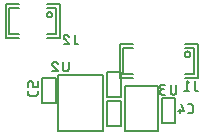
<source format=gbo>
G75*
%MOIN*%
%OFA0B0*%
%FSLAX25Y25*%
%IPPOS*%
%LPD*%
%AMOC8*
5,1,8,0,0,1.08239X$1,22.5*
%
%ADD10C,0.00500*%
%ADD11C,0.00700*%
D10*
X0078165Y0096079D02*
X0093126Y0096079D01*
X0093126Y0114780D01*
X0078165Y0114780D01*
X0078165Y0096079D01*
X0077216Y0105461D02*
X0072816Y0105461D01*
X0072816Y0113861D01*
X0077216Y0113861D01*
X0077216Y0105461D01*
X0094469Y0105987D02*
X0094469Y0097587D01*
X0098869Y0097587D01*
X0098869Y0105987D01*
X0094469Y0105987D01*
X0094469Y0107430D02*
X0098869Y0107430D01*
X0098869Y0115830D01*
X0094469Y0115830D01*
X0094469Y0107430D01*
X0100370Y0111000D02*
X0111394Y0111000D01*
X0111394Y0096039D01*
X0100370Y0096039D01*
X0100370Y0111000D01*
X0098638Y0113835D02*
X0102969Y0113835D01*
X0102969Y0115173D02*
X0099819Y0115173D01*
X0099819Y0123835D01*
X0102969Y0123835D01*
X0102969Y0125173D02*
X0098638Y0125173D01*
X0098638Y0113835D01*
X0112580Y0107169D02*
X0116980Y0107169D01*
X0116980Y0098769D01*
X0112580Y0098769D01*
X0112580Y0107169D01*
X0120291Y0113835D02*
X0124622Y0113835D01*
X0124622Y0125173D01*
X0120291Y0125173D01*
X0120291Y0123835D02*
X0123441Y0123835D01*
X0123441Y0115173D01*
X0120291Y0115173D01*
X0120277Y0121686D02*
X0120279Y0121746D01*
X0120285Y0121805D01*
X0120295Y0121864D01*
X0120309Y0121922D01*
X0120326Y0121979D01*
X0120348Y0122035D01*
X0120373Y0122089D01*
X0120402Y0122142D01*
X0120434Y0122192D01*
X0120469Y0122240D01*
X0120508Y0122286D01*
X0120549Y0122329D01*
X0120594Y0122369D01*
X0120641Y0122406D01*
X0120690Y0122440D01*
X0120741Y0122470D01*
X0120795Y0122497D01*
X0120850Y0122520D01*
X0120906Y0122540D01*
X0120964Y0122556D01*
X0121022Y0122568D01*
X0121082Y0122576D01*
X0121141Y0122580D01*
X0121201Y0122580D01*
X0121260Y0122576D01*
X0121320Y0122568D01*
X0121378Y0122556D01*
X0121436Y0122540D01*
X0121492Y0122520D01*
X0121547Y0122497D01*
X0121601Y0122470D01*
X0121652Y0122440D01*
X0121701Y0122406D01*
X0121748Y0122369D01*
X0121793Y0122329D01*
X0121834Y0122286D01*
X0121873Y0122240D01*
X0121908Y0122192D01*
X0121940Y0122142D01*
X0121969Y0122089D01*
X0121994Y0122035D01*
X0122016Y0121979D01*
X0122033Y0121922D01*
X0122047Y0121864D01*
X0122057Y0121805D01*
X0122063Y0121746D01*
X0122065Y0121686D01*
X0122063Y0121626D01*
X0122057Y0121567D01*
X0122047Y0121508D01*
X0122033Y0121450D01*
X0122016Y0121393D01*
X0121994Y0121337D01*
X0121969Y0121283D01*
X0121940Y0121230D01*
X0121908Y0121180D01*
X0121873Y0121132D01*
X0121834Y0121086D01*
X0121793Y0121043D01*
X0121748Y0121003D01*
X0121701Y0120966D01*
X0121652Y0120932D01*
X0121601Y0120902D01*
X0121547Y0120875D01*
X0121492Y0120852D01*
X0121436Y0120832D01*
X0121378Y0120816D01*
X0121320Y0120804D01*
X0121260Y0120796D01*
X0121201Y0120792D01*
X0121141Y0120792D01*
X0121082Y0120796D01*
X0121022Y0120804D01*
X0120964Y0120816D01*
X0120906Y0120832D01*
X0120850Y0120852D01*
X0120795Y0120875D01*
X0120741Y0120902D01*
X0120690Y0120932D01*
X0120641Y0120966D01*
X0120594Y0121003D01*
X0120549Y0121043D01*
X0120508Y0121086D01*
X0120469Y0121132D01*
X0120434Y0121180D01*
X0120402Y0121230D01*
X0120373Y0121283D01*
X0120348Y0121337D01*
X0120326Y0121393D01*
X0120309Y0121450D01*
X0120295Y0121508D01*
X0120285Y0121567D01*
X0120279Y0121626D01*
X0120277Y0121686D01*
X0078677Y0127024D02*
X0074346Y0127024D01*
X0074346Y0128362D02*
X0077496Y0128362D01*
X0077496Y0137024D01*
X0074346Y0137024D01*
X0074346Y0138362D02*
X0078677Y0138362D01*
X0078677Y0127024D01*
X0074332Y0134875D02*
X0074334Y0134935D01*
X0074340Y0134994D01*
X0074350Y0135053D01*
X0074364Y0135111D01*
X0074381Y0135168D01*
X0074403Y0135224D01*
X0074428Y0135278D01*
X0074457Y0135331D01*
X0074489Y0135381D01*
X0074524Y0135429D01*
X0074563Y0135475D01*
X0074604Y0135518D01*
X0074649Y0135558D01*
X0074696Y0135595D01*
X0074745Y0135629D01*
X0074796Y0135659D01*
X0074850Y0135686D01*
X0074905Y0135709D01*
X0074961Y0135729D01*
X0075019Y0135745D01*
X0075077Y0135757D01*
X0075137Y0135765D01*
X0075196Y0135769D01*
X0075256Y0135769D01*
X0075315Y0135765D01*
X0075375Y0135757D01*
X0075433Y0135745D01*
X0075491Y0135729D01*
X0075547Y0135709D01*
X0075602Y0135686D01*
X0075656Y0135659D01*
X0075707Y0135629D01*
X0075756Y0135595D01*
X0075803Y0135558D01*
X0075848Y0135518D01*
X0075889Y0135475D01*
X0075928Y0135429D01*
X0075963Y0135381D01*
X0075995Y0135331D01*
X0076024Y0135278D01*
X0076049Y0135224D01*
X0076071Y0135168D01*
X0076088Y0135111D01*
X0076102Y0135053D01*
X0076112Y0134994D01*
X0076118Y0134935D01*
X0076120Y0134875D01*
X0076118Y0134815D01*
X0076112Y0134756D01*
X0076102Y0134697D01*
X0076088Y0134639D01*
X0076071Y0134582D01*
X0076049Y0134526D01*
X0076024Y0134472D01*
X0075995Y0134419D01*
X0075963Y0134369D01*
X0075928Y0134321D01*
X0075889Y0134275D01*
X0075848Y0134232D01*
X0075803Y0134192D01*
X0075756Y0134155D01*
X0075707Y0134121D01*
X0075656Y0134091D01*
X0075602Y0134064D01*
X0075547Y0134041D01*
X0075491Y0134021D01*
X0075433Y0134005D01*
X0075375Y0133993D01*
X0075315Y0133985D01*
X0075256Y0133981D01*
X0075196Y0133981D01*
X0075137Y0133985D01*
X0075077Y0133993D01*
X0075019Y0134005D01*
X0074961Y0134021D01*
X0074905Y0134041D01*
X0074850Y0134064D01*
X0074796Y0134091D01*
X0074745Y0134121D01*
X0074696Y0134155D01*
X0074649Y0134192D01*
X0074604Y0134232D01*
X0074563Y0134275D01*
X0074524Y0134321D01*
X0074489Y0134369D01*
X0074457Y0134419D01*
X0074428Y0134472D01*
X0074403Y0134526D01*
X0074381Y0134582D01*
X0074364Y0134639D01*
X0074350Y0134697D01*
X0074340Y0134756D01*
X0074334Y0134815D01*
X0074332Y0134875D01*
X0064898Y0137024D02*
X0061748Y0137024D01*
X0061748Y0128362D01*
X0064898Y0128362D01*
X0064898Y0127024D02*
X0060567Y0127024D01*
X0060567Y0138362D01*
X0064898Y0138362D01*
D11*
X0080218Y0126731D02*
X0081747Y0124933D01*
X0079949Y0124933D01*
X0081747Y0127450D02*
X0081726Y0127509D01*
X0081702Y0127566D01*
X0081674Y0127622D01*
X0081643Y0127676D01*
X0081609Y0127728D01*
X0081572Y0127778D01*
X0081531Y0127825D01*
X0081488Y0127870D01*
X0081443Y0127913D01*
X0081395Y0127952D01*
X0081344Y0127989D01*
X0081292Y0128023D01*
X0081237Y0128053D01*
X0081181Y0128080D01*
X0081124Y0128104D01*
X0081065Y0128124D01*
X0081005Y0128140D01*
X0080944Y0128153D01*
X0080882Y0128163D01*
X0080820Y0128168D01*
X0080758Y0128170D01*
X0080758Y0128169D02*
X0080703Y0128167D01*
X0080648Y0128161D01*
X0080593Y0128152D01*
X0080540Y0128139D01*
X0080487Y0128122D01*
X0080436Y0128102D01*
X0080386Y0128078D01*
X0080338Y0128051D01*
X0080291Y0128021D01*
X0080247Y0127988D01*
X0080206Y0127951D01*
X0080167Y0127912D01*
X0080130Y0127871D01*
X0080097Y0127827D01*
X0080067Y0127780D01*
X0080040Y0127732D01*
X0080016Y0127682D01*
X0079996Y0127631D01*
X0079979Y0127578D01*
X0079966Y0127525D01*
X0079957Y0127470D01*
X0079951Y0127415D01*
X0079949Y0127360D01*
X0079951Y0127301D01*
X0079957Y0127243D01*
X0079967Y0127185D01*
X0079980Y0127128D01*
X0079998Y0127072D01*
X0080019Y0127018D01*
X0080044Y0126965D01*
X0080073Y0126913D01*
X0080104Y0126864D01*
X0080139Y0126817D01*
X0080178Y0126773D01*
X0080219Y0126731D01*
X0083587Y0125652D02*
X0083587Y0128170D01*
X0083587Y0125652D02*
X0083589Y0125601D01*
X0083594Y0125550D01*
X0083603Y0125499D01*
X0083616Y0125449D01*
X0083632Y0125401D01*
X0083652Y0125353D01*
X0083675Y0125307D01*
X0083701Y0125263D01*
X0083730Y0125221D01*
X0083763Y0125181D01*
X0083798Y0125144D01*
X0083835Y0125109D01*
X0083875Y0125076D01*
X0083917Y0125047D01*
X0083961Y0125021D01*
X0084007Y0124998D01*
X0084055Y0124978D01*
X0084103Y0124962D01*
X0084153Y0124949D01*
X0084204Y0124940D01*
X0084255Y0124935D01*
X0084306Y0124933D01*
X0084666Y0124933D01*
X0081556Y0119154D02*
X0081556Y0116816D01*
X0081555Y0116816D02*
X0081553Y0116757D01*
X0081547Y0116699D01*
X0081538Y0116641D01*
X0081524Y0116583D01*
X0081507Y0116527D01*
X0081487Y0116472D01*
X0081462Y0116418D01*
X0081435Y0116367D01*
X0081403Y0116317D01*
X0081369Y0116269D01*
X0081332Y0116223D01*
X0081292Y0116180D01*
X0081249Y0116140D01*
X0081203Y0116103D01*
X0081155Y0116069D01*
X0081106Y0116037D01*
X0081054Y0116010D01*
X0081000Y0115985D01*
X0080945Y0115965D01*
X0080889Y0115948D01*
X0080831Y0115934D01*
X0080773Y0115925D01*
X0080715Y0115919D01*
X0080656Y0115917D01*
X0080597Y0115919D01*
X0080539Y0115925D01*
X0080481Y0115934D01*
X0080423Y0115948D01*
X0080367Y0115965D01*
X0080312Y0115985D01*
X0080258Y0116010D01*
X0080207Y0116037D01*
X0080157Y0116069D01*
X0080109Y0116103D01*
X0080063Y0116140D01*
X0080020Y0116180D01*
X0079980Y0116223D01*
X0079943Y0116269D01*
X0079909Y0116317D01*
X0079877Y0116367D01*
X0079850Y0116418D01*
X0079825Y0116472D01*
X0079805Y0116527D01*
X0079788Y0116583D01*
X0079774Y0116641D01*
X0079765Y0116699D01*
X0079759Y0116757D01*
X0079757Y0116816D01*
X0079757Y0119154D01*
X0076366Y0117716D02*
X0076325Y0117758D01*
X0076286Y0117802D01*
X0076251Y0117849D01*
X0076220Y0117898D01*
X0076191Y0117950D01*
X0076166Y0118003D01*
X0076145Y0118057D01*
X0076127Y0118113D01*
X0076114Y0118170D01*
X0076104Y0118228D01*
X0076098Y0118286D01*
X0076096Y0118345D01*
X0076366Y0117715D02*
X0077894Y0115917D01*
X0076096Y0115917D01*
X0077894Y0118434D02*
X0077873Y0118493D01*
X0077849Y0118550D01*
X0077821Y0118606D01*
X0077790Y0118660D01*
X0077756Y0118712D01*
X0077719Y0118762D01*
X0077678Y0118809D01*
X0077635Y0118854D01*
X0077590Y0118897D01*
X0077542Y0118936D01*
X0077491Y0118973D01*
X0077439Y0119007D01*
X0077384Y0119037D01*
X0077328Y0119064D01*
X0077271Y0119088D01*
X0077212Y0119108D01*
X0077152Y0119124D01*
X0077091Y0119137D01*
X0077029Y0119147D01*
X0076967Y0119152D01*
X0076905Y0119154D01*
X0076850Y0119152D01*
X0076795Y0119146D01*
X0076740Y0119137D01*
X0076687Y0119124D01*
X0076634Y0119107D01*
X0076583Y0119087D01*
X0076533Y0119063D01*
X0076485Y0119036D01*
X0076438Y0119006D01*
X0076394Y0118973D01*
X0076353Y0118936D01*
X0076314Y0118897D01*
X0076277Y0118856D01*
X0076244Y0118812D01*
X0076214Y0118765D01*
X0076187Y0118717D01*
X0076163Y0118667D01*
X0076143Y0118616D01*
X0076126Y0118563D01*
X0076113Y0118510D01*
X0076104Y0118455D01*
X0076098Y0118400D01*
X0076096Y0118345D01*
X0071272Y0112630D02*
X0071272Y0110832D01*
X0069833Y0110832D01*
X0069833Y0111911D01*
X0069831Y0111962D01*
X0069826Y0112013D01*
X0069817Y0112064D01*
X0069804Y0112114D01*
X0069788Y0112162D01*
X0069768Y0112210D01*
X0069745Y0112256D01*
X0069719Y0112300D01*
X0069690Y0112342D01*
X0069657Y0112382D01*
X0069622Y0112419D01*
X0069585Y0112454D01*
X0069545Y0112487D01*
X0069503Y0112516D01*
X0069459Y0112542D01*
X0069413Y0112565D01*
X0069365Y0112585D01*
X0069317Y0112601D01*
X0069267Y0112614D01*
X0069216Y0112623D01*
X0069165Y0112628D01*
X0069114Y0112630D01*
X0068754Y0112630D01*
X0068703Y0112628D01*
X0068652Y0112623D01*
X0068601Y0112614D01*
X0068551Y0112601D01*
X0068503Y0112585D01*
X0068455Y0112565D01*
X0068409Y0112542D01*
X0068365Y0112516D01*
X0068323Y0112487D01*
X0068283Y0112454D01*
X0068246Y0112419D01*
X0068211Y0112382D01*
X0068178Y0112342D01*
X0068149Y0112300D01*
X0068123Y0112256D01*
X0068100Y0112210D01*
X0068080Y0112162D01*
X0068064Y0112114D01*
X0068051Y0112064D01*
X0068042Y0112013D01*
X0068037Y0111962D01*
X0068035Y0111911D01*
X0068035Y0110832D01*
X0068035Y0109301D02*
X0068035Y0108582D01*
X0068037Y0108531D01*
X0068042Y0108480D01*
X0068051Y0108429D01*
X0068064Y0108379D01*
X0068080Y0108331D01*
X0068100Y0108283D01*
X0068123Y0108237D01*
X0068149Y0108193D01*
X0068178Y0108151D01*
X0068211Y0108111D01*
X0068246Y0108074D01*
X0068283Y0108039D01*
X0068323Y0108006D01*
X0068365Y0107977D01*
X0068409Y0107951D01*
X0068455Y0107928D01*
X0068503Y0107908D01*
X0068551Y0107892D01*
X0068601Y0107879D01*
X0068652Y0107870D01*
X0068703Y0107865D01*
X0068754Y0107863D01*
X0070553Y0107863D01*
X0070604Y0107865D01*
X0070655Y0107870D01*
X0070706Y0107879D01*
X0070756Y0107892D01*
X0070804Y0107908D01*
X0070852Y0107928D01*
X0070898Y0107951D01*
X0070942Y0107977D01*
X0070984Y0108006D01*
X0071024Y0108039D01*
X0071061Y0108074D01*
X0071096Y0108111D01*
X0071129Y0108151D01*
X0071158Y0108193D01*
X0071184Y0108237D01*
X0071207Y0108283D01*
X0071227Y0108331D01*
X0071243Y0108379D01*
X0071256Y0108429D01*
X0071265Y0108480D01*
X0071270Y0108531D01*
X0071272Y0108582D01*
X0071272Y0109301D01*
X0112681Y0109999D02*
X0113401Y0109999D01*
X0112681Y0109999D02*
X0112629Y0110001D01*
X0112576Y0110007D01*
X0112525Y0110016D01*
X0112474Y0110029D01*
X0112424Y0110046D01*
X0112376Y0110067D01*
X0112329Y0110091D01*
X0112284Y0110118D01*
X0112242Y0110149D01*
X0112201Y0110183D01*
X0112163Y0110219D01*
X0112128Y0110258D01*
X0112096Y0110300D01*
X0112067Y0110343D01*
X0112042Y0110389D01*
X0112019Y0110437D01*
X0112001Y0110486D01*
X0111985Y0110536D01*
X0111974Y0110587D01*
X0111966Y0110639D01*
X0111962Y0110692D01*
X0111962Y0110744D01*
X0111966Y0110797D01*
X0111974Y0110849D01*
X0111985Y0110900D01*
X0112001Y0110950D01*
X0112019Y0110999D01*
X0112042Y0111047D01*
X0112067Y0111093D01*
X0112096Y0111136D01*
X0112128Y0111178D01*
X0112163Y0111217D01*
X0112201Y0111253D01*
X0112242Y0111287D01*
X0112284Y0111318D01*
X0112329Y0111345D01*
X0112376Y0111369D01*
X0112424Y0111390D01*
X0112474Y0111407D01*
X0112525Y0111420D01*
X0112576Y0111429D01*
X0112629Y0111435D01*
X0112681Y0111437D01*
X0113760Y0111437D01*
X0115623Y0111437D02*
X0115623Y0109100D01*
X0115625Y0109041D01*
X0115631Y0108983D01*
X0115640Y0108925D01*
X0115654Y0108867D01*
X0115671Y0108811D01*
X0115691Y0108756D01*
X0115716Y0108702D01*
X0115743Y0108651D01*
X0115775Y0108601D01*
X0115809Y0108553D01*
X0115846Y0108507D01*
X0115886Y0108464D01*
X0115929Y0108424D01*
X0115975Y0108387D01*
X0116023Y0108353D01*
X0116073Y0108321D01*
X0116124Y0108294D01*
X0116178Y0108269D01*
X0116233Y0108249D01*
X0116289Y0108232D01*
X0116347Y0108218D01*
X0116405Y0108209D01*
X0116463Y0108203D01*
X0116522Y0108201D01*
X0116581Y0108203D01*
X0116639Y0108209D01*
X0116697Y0108218D01*
X0116755Y0108232D01*
X0116811Y0108249D01*
X0116866Y0108269D01*
X0116920Y0108294D01*
X0116972Y0108321D01*
X0117021Y0108353D01*
X0117069Y0108387D01*
X0117115Y0108424D01*
X0117158Y0108464D01*
X0117198Y0108507D01*
X0117235Y0108553D01*
X0117269Y0108601D01*
X0117301Y0108651D01*
X0117328Y0108702D01*
X0117353Y0108756D01*
X0117373Y0108811D01*
X0117390Y0108867D01*
X0117404Y0108925D01*
X0117413Y0108983D01*
X0117419Y0109041D01*
X0117421Y0109100D01*
X0117422Y0109100D02*
X0117422Y0111437D01*
X0119988Y0109381D02*
X0121786Y0109381D01*
X0120887Y0109381D02*
X0120887Y0112619D01*
X0121786Y0111899D01*
X0123626Y0112619D02*
X0123626Y0110101D01*
X0123628Y0110050D01*
X0123633Y0109999D01*
X0123642Y0109948D01*
X0123655Y0109898D01*
X0123671Y0109850D01*
X0123691Y0109802D01*
X0123714Y0109756D01*
X0123740Y0109712D01*
X0123769Y0109670D01*
X0123802Y0109630D01*
X0123837Y0109593D01*
X0123874Y0109558D01*
X0123914Y0109525D01*
X0123956Y0109496D01*
X0124000Y0109470D01*
X0124046Y0109447D01*
X0124094Y0109427D01*
X0124142Y0109411D01*
X0124192Y0109398D01*
X0124243Y0109389D01*
X0124294Y0109384D01*
X0124345Y0109382D01*
X0124345Y0109381D02*
X0124705Y0109381D01*
X0122158Y0105130D02*
X0121439Y0105130D01*
X0122158Y0105130D02*
X0122209Y0105128D01*
X0122260Y0105123D01*
X0122311Y0105114D01*
X0122361Y0105101D01*
X0122409Y0105085D01*
X0122457Y0105065D01*
X0122503Y0105042D01*
X0122547Y0105016D01*
X0122589Y0104987D01*
X0122629Y0104954D01*
X0122666Y0104919D01*
X0122701Y0104882D01*
X0122734Y0104842D01*
X0122763Y0104800D01*
X0122789Y0104756D01*
X0122812Y0104710D01*
X0122832Y0104662D01*
X0122848Y0104614D01*
X0122861Y0104564D01*
X0122870Y0104513D01*
X0122875Y0104462D01*
X0122877Y0104411D01*
X0122878Y0104411D02*
X0122878Y0102613D01*
X0122877Y0102613D02*
X0122875Y0102562D01*
X0122870Y0102511D01*
X0122861Y0102460D01*
X0122848Y0102410D01*
X0122832Y0102362D01*
X0122812Y0102314D01*
X0122789Y0102268D01*
X0122763Y0102224D01*
X0122734Y0102182D01*
X0122701Y0102142D01*
X0122666Y0102105D01*
X0122629Y0102070D01*
X0122589Y0102037D01*
X0122547Y0102008D01*
X0122503Y0101982D01*
X0122457Y0101959D01*
X0122409Y0101939D01*
X0122361Y0101923D01*
X0122311Y0101910D01*
X0122260Y0101901D01*
X0122209Y0101896D01*
X0122158Y0101894D01*
X0122158Y0101893D02*
X0121439Y0101893D01*
X0119908Y0102613D02*
X0118110Y0102613D01*
X0118649Y0103332D02*
X0118649Y0101893D01*
X0119908Y0102613D02*
X0119189Y0105130D01*
X0113760Y0108200D02*
X0112861Y0108200D01*
X0112861Y0108201D02*
X0112802Y0108203D01*
X0112744Y0108209D01*
X0112686Y0108218D01*
X0112628Y0108232D01*
X0112572Y0108249D01*
X0112517Y0108269D01*
X0112463Y0108294D01*
X0112412Y0108321D01*
X0112362Y0108353D01*
X0112314Y0108387D01*
X0112268Y0108424D01*
X0112225Y0108464D01*
X0112185Y0108507D01*
X0112148Y0108553D01*
X0112114Y0108601D01*
X0112082Y0108651D01*
X0112055Y0108702D01*
X0112030Y0108756D01*
X0112010Y0108811D01*
X0111993Y0108867D01*
X0111979Y0108925D01*
X0111970Y0108983D01*
X0111964Y0109041D01*
X0111962Y0109100D01*
X0111964Y0109159D01*
X0111970Y0109217D01*
X0111979Y0109275D01*
X0111993Y0109333D01*
X0112010Y0109389D01*
X0112030Y0109444D01*
X0112055Y0109498D01*
X0112082Y0109550D01*
X0112114Y0109599D01*
X0112148Y0109647D01*
X0112185Y0109693D01*
X0112225Y0109736D01*
X0112268Y0109776D01*
X0112314Y0109813D01*
X0112362Y0109847D01*
X0112412Y0109879D01*
X0112463Y0109906D01*
X0112517Y0109931D01*
X0112572Y0109951D01*
X0112628Y0109968D01*
X0112686Y0109982D01*
X0112744Y0109991D01*
X0112802Y0109997D01*
X0112861Y0109999D01*
M02*

</source>
